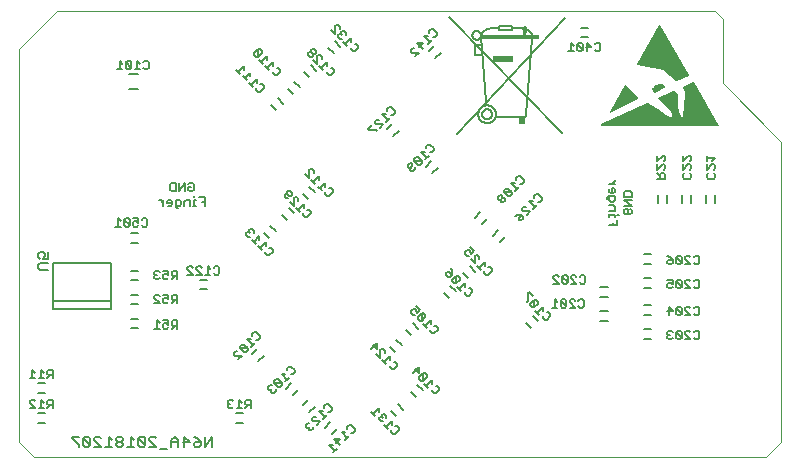
<source format=gbo>
G75*
%MOMM*%
%FSLAX34Y34*%
%LPD*%
%INseide unten*%
%IPPOS*%
%AMOC8*
5,1,8,0,0,1.08239X$1,22.5*%
G01*
%ADD10C,0.000000*%
%ADD11C,0.127000*%
%ADD12C,0.152400*%
%ADD13C,0.166400*%
%ADD14R,4.886800X0.353500*%
%ADD15R,1.684300X0.582200*%
%ADD16R,0.582300X0.561400*%

G36*
X595971Y280113D02*
X595971Y280113D01*
X595985Y280110D01*
X596035Y280132D01*
X596087Y280148D01*
X596096Y280159D01*
X596109Y280165D01*
X596138Y280210D01*
X596173Y280252D01*
X596174Y280267D01*
X596182Y280279D01*
X596179Y280308D01*
X596187Y280387D01*
X596164Y280431D01*
X596161Y280459D01*
X574948Y317700D01*
X574938Y317709D01*
X574933Y317722D01*
X574889Y317755D01*
X574849Y317793D01*
X574836Y317796D01*
X574825Y317804D01*
X574796Y317803D01*
X574716Y317817D01*
X574671Y317797D01*
X574644Y317796D01*
X565687Y313554D01*
X565662Y313531D01*
X565631Y313517D01*
X565613Y313487D01*
X565586Y313463D01*
X565578Y313430D01*
X565560Y313401D01*
X565564Y313375D01*
X565553Y313332D01*
X565582Y313248D01*
X565586Y313222D01*
X566996Y310872D01*
X567438Y309987D01*
X567438Y306280D01*
X566041Y287648D01*
X565386Y287648D01*
X564083Y288517D01*
X563175Y290333D01*
X562245Y293122D01*
X561778Y297327D01*
X561778Y306271D01*
X561739Y306401D01*
X561735Y306404D01*
X561735Y306407D01*
X559378Y309706D01*
X559363Y309718D01*
X559354Y309734D01*
X559326Y309746D01*
X559270Y309789D01*
X559214Y309793D01*
X559187Y309804D01*
X557773Y309804D01*
X557701Y309783D01*
X557671Y309781D01*
X544943Y303653D01*
X544915Y303627D01*
X544881Y303609D01*
X544872Y303588D01*
X544844Y303562D01*
X544819Y303461D01*
X544811Y303442D01*
X544811Y302971D01*
X544812Y302966D01*
X544811Y302960D01*
X544819Y302943D01*
X544850Y302841D01*
X544879Y302817D01*
X544889Y302796D01*
X553823Y294802D01*
X555684Y292010D01*
X556596Y290188D01*
X556596Y288883D01*
X556166Y288024D01*
X555790Y287648D01*
X555006Y287648D01*
X551765Y289501D01*
X548003Y291852D01*
X544709Y294205D01*
X544705Y294206D01*
X544703Y294209D01*
X540460Y297037D01*
X540456Y297038D01*
X540454Y297041D01*
X536683Y299398D01*
X536572Y299428D01*
X536559Y299433D01*
X535616Y299433D01*
X535549Y299413D01*
X535519Y299412D01*
X496392Y281499D01*
X496367Y281477D01*
X496359Y281475D01*
X496354Y281468D01*
X496325Y281453D01*
X496316Y281433D01*
X496290Y281409D01*
X496283Y281382D01*
X496273Y281371D01*
X496269Y281331D01*
X496261Y281300D01*
X496255Y281286D01*
X496255Y280343D01*
X496261Y280321D01*
X496259Y280299D01*
X496280Y280258D01*
X496294Y280213D01*
X496311Y280199D01*
X496322Y280179D01*
X496349Y280167D01*
X496398Y280127D01*
X496461Y280120D01*
X496489Y280109D01*
X595957Y280109D01*
X595971Y280113D01*
G37*
G36*
X561148Y317845D02*
X561148Y317845D01*
X561178Y317846D01*
X570606Y322560D01*
X570627Y322581D01*
X570654Y322593D01*
X570675Y322626D01*
X570704Y322653D01*
X570711Y322682D01*
X570727Y322707D01*
X570723Y322735D01*
X570735Y322785D01*
X570708Y322858D01*
X570704Y322887D01*
X546190Y365314D01*
X546179Y365324D01*
X546174Y365338D01*
X546130Y365370D01*
X546091Y365407D01*
X546076Y365409D01*
X546064Y365418D01*
X546011Y365420D01*
X545958Y365429D01*
X545944Y365423D01*
X545929Y365424D01*
X545906Y365406D01*
X545834Y365374D01*
X545807Y365331D01*
X545784Y365314D01*
X526928Y332787D01*
X526906Y332691D01*
X526897Y332670D01*
X526897Y331727D01*
X526897Y331726D01*
X526917Y331659D01*
X526936Y331597D01*
X526938Y331596D01*
X527040Y331511D01*
X527071Y331508D01*
X527088Y331497D01*
X549645Y327267D01*
X550064Y326847D01*
X550071Y326844D01*
X550073Y326839D01*
X559973Y317882D01*
X560095Y317824D01*
X560117Y317827D01*
X560130Y317822D01*
X561073Y317822D01*
X561148Y317845D01*
G37*
G36*
X504110Y291445D02*
X504110Y291445D01*
X504133Y291446D01*
X527703Y302760D01*
X527732Y302786D01*
X527766Y302804D01*
X527775Y302825D01*
X527803Y302851D01*
X527828Y302953D01*
X527836Y302971D01*
X527836Y303442D01*
X527797Y303572D01*
X527780Y303586D01*
X527775Y303600D01*
X517404Y314914D01*
X517354Y314944D01*
X517307Y314978D01*
X517296Y314978D01*
X517287Y314983D01*
X517229Y314980D01*
X517172Y314983D01*
X517165Y314977D01*
X517152Y314977D01*
X517043Y314896D01*
X517037Y314880D01*
X517028Y314872D01*
X503829Y291773D01*
X503814Y291710D01*
X503798Y291645D01*
X503799Y291643D01*
X503798Y291641D01*
X503821Y291580D01*
X503844Y291518D01*
X503845Y291517D01*
X503846Y291515D01*
X503899Y291476D01*
X503952Y291437D01*
X503954Y291437D01*
X503956Y291435D01*
X504091Y291430D01*
X504110Y291445D01*
G37*
G36*
X541823Y308415D02*
X541823Y308415D01*
X541846Y308417D01*
X551745Y313131D01*
X551754Y313139D01*
X551767Y313143D01*
X551804Y313184D01*
X551845Y313222D01*
X551848Y313234D01*
X551857Y313244D01*
X551864Y313299D01*
X551878Y313353D01*
X551874Y313365D01*
X551875Y313378D01*
X551861Y313402D01*
X551833Y313481D01*
X551794Y313509D01*
X551780Y313533D01*
X548480Y315890D01*
X548352Y315933D01*
X548347Y315932D01*
X548344Y315933D01*
X547402Y315933D01*
X547360Y315921D01*
X547335Y315923D01*
X542620Y314509D01*
X542583Y314485D01*
X542557Y314480D01*
X541143Y313537D01*
X541103Y313489D01*
X541078Y313472D01*
X540135Y312058D01*
X540134Y312054D01*
X540130Y312051D01*
X540128Y312034D01*
X540096Y311928D01*
X540106Y311894D01*
X540103Y311871D01*
X540575Y309985D01*
X540602Y309940D01*
X540607Y309912D01*
X541550Y308498D01*
X541554Y308495D01*
X541556Y308489D01*
X541606Y308452D01*
X541655Y308412D01*
X541660Y308411D01*
X541664Y308408D01*
X541683Y308409D01*
X541789Y308398D01*
X541823Y308415D01*
G37*
D10*
X16510Y0D02*
X3810Y12700D01*
X3810Y345440D01*
X35560Y377190D01*
X593090Y377190D01*
X599440Y370840D01*
X599440Y316230D01*
X648970Y266700D01*
X648970Y12700D01*
X604520Y0D02*
X16510Y0D01*
X636270Y0D02*
X648970Y12700D01*
X636270Y0D02*
X633730Y0D01*
X626110Y0D01*
X617220Y0D01*
X604520Y0D01*
D11*
X137795Y108585D02*
X137795Y115449D01*
X134363Y115449D01*
X133219Y114305D01*
X133219Y112017D01*
X134363Y110873D01*
X137795Y110873D01*
X135507Y110873D02*
X133219Y108585D01*
X130311Y115449D02*
X125735Y115449D01*
X130311Y115449D02*
X130311Y112017D01*
X128023Y113161D01*
X126879Y113161D01*
X125735Y112017D01*
X125735Y109729D01*
X126879Y108585D01*
X129167Y108585D01*
X130311Y109729D01*
X122827Y113161D02*
X120539Y115449D01*
X120539Y108585D01*
X122827Y108585D02*
X118251Y108585D01*
X109089Y334015D02*
X110233Y335159D01*
X112521Y335159D01*
X113665Y334015D01*
X113665Y329439D01*
X112521Y328295D01*
X110233Y328295D01*
X109089Y329439D01*
X106181Y332871D02*
X103893Y335159D01*
X103893Y328295D01*
X106181Y328295D02*
X101605Y328295D01*
X98697Y329439D02*
X98697Y334015D01*
X97553Y335159D01*
X95265Y335159D01*
X94121Y334015D01*
X94121Y329439D01*
X95265Y328295D01*
X97553Y328295D01*
X98697Y329439D01*
X94121Y334015D01*
X91213Y332871D02*
X88925Y335159D01*
X88925Y328295D01*
X91213Y328295D02*
X86637Y328295D01*
D12*
X28455Y158242D02*
X21253Y158242D01*
X19812Y159683D01*
X19812Y162564D01*
X21253Y164004D01*
X28455Y164004D01*
X28455Y167597D02*
X28455Y173359D01*
X28455Y167597D02*
X24134Y167597D01*
X25574Y170478D01*
X25574Y171919D01*
X24134Y173359D01*
X21253Y173359D01*
X19812Y171919D01*
X19812Y169038D01*
X21253Y167597D01*
D11*
X137795Y137039D02*
X137795Y130175D01*
X137795Y137039D02*
X134363Y137039D01*
X133219Y135895D01*
X133219Y133607D01*
X134363Y132463D01*
X137795Y132463D01*
X135507Y132463D02*
X133219Y130175D01*
X130311Y137039D02*
X125735Y137039D01*
X130311Y137039D02*
X130311Y133607D01*
X128023Y134751D01*
X126879Y134751D01*
X125735Y133607D01*
X125735Y131319D01*
X126879Y130175D01*
X129167Y130175D01*
X130311Y131319D01*
X122827Y130175D02*
X118251Y130175D01*
X122827Y130175D02*
X118251Y134751D01*
X118251Y135895D01*
X119395Y137039D01*
X121683Y137039D01*
X122827Y135895D01*
X137795Y150495D02*
X137795Y157359D01*
X134363Y157359D01*
X133219Y156215D01*
X133219Y153927D01*
X134363Y152783D01*
X137795Y152783D01*
X135507Y152783D02*
X133219Y150495D01*
X130311Y157359D02*
X125735Y157359D01*
X130311Y157359D02*
X130311Y153927D01*
X128023Y155071D01*
X126879Y155071D01*
X125735Y153927D01*
X125735Y151639D01*
X126879Y150495D01*
X129167Y150495D01*
X130311Y151639D01*
X122827Y156215D02*
X121683Y157359D01*
X119395Y157359D01*
X118251Y156215D01*
X118251Y155071D01*
X119395Y153927D01*
X120539Y153927D01*
X119395Y153927D02*
X118251Y152783D01*
X118251Y151639D01*
X119395Y150495D01*
X121683Y150495D01*
X122827Y151639D01*
X107819Y200665D02*
X108963Y201809D01*
X111251Y201809D01*
X112395Y200665D01*
X112395Y196089D01*
X111251Y194945D01*
X108963Y194945D01*
X107819Y196089D01*
X104911Y201809D02*
X100335Y201809D01*
X104911Y201809D02*
X104911Y198377D01*
X102623Y199521D01*
X101479Y199521D01*
X100335Y198377D01*
X100335Y196089D01*
X101479Y194945D01*
X103767Y194945D01*
X104911Y196089D01*
X97427Y196089D02*
X97427Y200665D01*
X96283Y201809D01*
X93995Y201809D01*
X92851Y200665D01*
X92851Y196089D01*
X93995Y194945D01*
X96283Y194945D01*
X97427Y196089D01*
X92851Y200665D01*
X89943Y199521D02*
X87655Y201809D01*
X87655Y194945D01*
X89943Y194945D02*
X85367Y194945D01*
X32385Y73539D02*
X32385Y66675D01*
X32385Y73539D02*
X28953Y73539D01*
X27809Y72395D01*
X27809Y70107D01*
X28953Y68963D01*
X32385Y68963D01*
X30097Y68963D02*
X27809Y66675D01*
X24901Y71251D02*
X22613Y73539D01*
X22613Y66675D01*
X24901Y66675D02*
X20325Y66675D01*
X17417Y71251D02*
X15129Y73539D01*
X15129Y66675D01*
X17417Y66675D02*
X12841Y66675D01*
X32385Y48139D02*
X32385Y41275D01*
X32385Y48139D02*
X28953Y48139D01*
X27809Y46995D01*
X27809Y44707D01*
X28953Y43563D01*
X32385Y43563D01*
X30097Y43563D02*
X27809Y41275D01*
X24901Y45851D02*
X22613Y48139D01*
X22613Y41275D01*
X24901Y41275D02*
X20325Y41275D01*
X17417Y41275D02*
X12841Y41275D01*
X17417Y41275D02*
X12841Y45851D01*
X12841Y46995D01*
X13985Y48139D01*
X16273Y48139D01*
X17417Y46995D01*
X200025Y48139D02*
X200025Y41275D01*
X200025Y48139D02*
X196593Y48139D01*
X195449Y46995D01*
X195449Y44707D01*
X196593Y43563D01*
X200025Y43563D01*
X197737Y43563D02*
X195449Y41275D01*
X192541Y45851D02*
X190253Y48139D01*
X190253Y41275D01*
X192541Y41275D02*
X187965Y41275D01*
X185057Y46995D02*
X183913Y48139D01*
X181625Y48139D01*
X180481Y46995D01*
X180481Y45851D01*
X181625Y44707D01*
X182769Y44707D01*
X181625Y44707D02*
X180481Y43563D01*
X180481Y42419D01*
X181625Y41275D01*
X183913Y41275D01*
X185057Y42419D01*
X168779Y160025D02*
X169923Y161169D01*
X172211Y161169D01*
X173355Y160025D01*
X173355Y155449D01*
X172211Y154305D01*
X169923Y154305D01*
X168779Y155449D01*
X165871Y158881D02*
X163583Y161169D01*
X163583Y154305D01*
X165871Y154305D02*
X161295Y154305D01*
X158387Y154305D02*
X153811Y154305D01*
X158387Y154305D02*
X153811Y158881D01*
X153811Y160025D01*
X154955Y161169D01*
X157243Y161169D01*
X158387Y160025D01*
X150903Y154305D02*
X146327Y154305D01*
X150903Y154305D02*
X146327Y158881D01*
X146327Y160025D01*
X147471Y161169D01*
X149759Y161169D01*
X150903Y160025D01*
X591825Y240161D02*
X592969Y239017D01*
X592969Y236729D01*
X591825Y235585D01*
X587249Y235585D01*
X586105Y236729D01*
X586105Y239017D01*
X587249Y240161D01*
X586105Y243069D02*
X586105Y247645D01*
X586105Y243069D02*
X590681Y247645D01*
X591825Y247645D01*
X592969Y246501D01*
X592969Y244213D01*
X591825Y243069D01*
X590681Y250553D02*
X592969Y252841D01*
X586105Y252841D01*
X586105Y250553D02*
X586105Y255129D01*
X571505Y240161D02*
X572649Y239017D01*
X572649Y236729D01*
X571505Y235585D01*
X566929Y235585D01*
X565785Y236729D01*
X565785Y239017D01*
X566929Y240161D01*
X565785Y243069D02*
X565785Y247645D01*
X565785Y243069D02*
X570361Y247645D01*
X571505Y247645D01*
X572649Y246501D01*
X572649Y244213D01*
X571505Y243069D01*
X565785Y250553D02*
X565785Y255129D01*
X565785Y250553D02*
X570361Y255129D01*
X571505Y255129D01*
X572649Y253985D01*
X572649Y251697D01*
X571505Y250553D01*
X551059Y235585D02*
X544195Y235585D01*
X551059Y235585D02*
X551059Y239017D01*
X549915Y240161D01*
X547627Y240161D01*
X546483Y239017D01*
X546483Y235585D01*
X546483Y237873D02*
X544195Y240161D01*
X544195Y243069D02*
X544195Y247645D01*
X544195Y243069D02*
X548771Y247645D01*
X549915Y247645D01*
X551059Y246501D01*
X551059Y244213D01*
X549915Y243069D01*
X544195Y250553D02*
X544195Y255129D01*
X544195Y250553D02*
X548771Y255129D01*
X549915Y255129D01*
X551059Y253985D01*
X551059Y251697D01*
X549915Y250553D01*
X478533Y133229D02*
X477389Y132085D01*
X478533Y133229D02*
X480821Y133229D01*
X481965Y132085D01*
X481965Y127509D01*
X480821Y126365D01*
X478533Y126365D01*
X477389Y127509D01*
X474481Y126365D02*
X469905Y126365D01*
X474481Y126365D02*
X469905Y130941D01*
X469905Y132085D01*
X471049Y133229D01*
X473337Y133229D01*
X474481Y132085D01*
X466997Y132085D02*
X466997Y127509D01*
X466997Y132085D02*
X465853Y133229D01*
X463565Y133229D01*
X462421Y132085D01*
X462421Y127509D01*
X463565Y126365D01*
X465853Y126365D01*
X466997Y127509D01*
X462421Y132085D01*
X459513Y130941D02*
X457225Y133229D01*
X457225Y126365D01*
X459513Y126365D02*
X454937Y126365D01*
X478659Y152405D02*
X479803Y153549D01*
X482091Y153549D01*
X483235Y152405D01*
X483235Y147829D01*
X482091Y146685D01*
X479803Y146685D01*
X478659Y147829D01*
X475751Y146685D02*
X471175Y146685D01*
X475751Y146685D02*
X471175Y151261D01*
X471175Y152405D01*
X472319Y153549D01*
X474607Y153549D01*
X475751Y152405D01*
X468267Y152405D02*
X468267Y147829D01*
X468267Y152405D02*
X467123Y153549D01*
X464835Y153549D01*
X463691Y152405D01*
X463691Y147829D01*
X464835Y146685D01*
X467123Y146685D01*
X468267Y147829D01*
X463691Y152405D01*
X460783Y146685D02*
X456207Y146685D01*
X460783Y146685D02*
X456207Y151261D01*
X456207Y152405D01*
X457351Y153549D01*
X459639Y153549D01*
X460783Y152405D01*
X575179Y125735D02*
X576323Y126879D01*
X578611Y126879D01*
X579755Y125735D01*
X579755Y121159D01*
X578611Y120015D01*
X576323Y120015D01*
X575179Y121159D01*
X572271Y120015D02*
X567695Y120015D01*
X572271Y120015D02*
X567695Y124591D01*
X567695Y125735D01*
X568839Y126879D01*
X571127Y126879D01*
X572271Y125735D01*
X564787Y125735D02*
X564787Y121159D01*
X564787Y125735D02*
X563643Y126879D01*
X561355Y126879D01*
X560211Y125735D01*
X560211Y121159D01*
X561355Y120015D01*
X563643Y120015D01*
X564787Y121159D01*
X560211Y125735D01*
X553871Y126879D02*
X553871Y120015D01*
X557303Y123447D02*
X553871Y126879D01*
X552727Y123447D02*
X557303Y123447D01*
X575179Y105415D02*
X576323Y106559D01*
X578611Y106559D01*
X579755Y105415D01*
X579755Y100839D01*
X578611Y99695D01*
X576323Y99695D01*
X575179Y100839D01*
X572271Y99695D02*
X567695Y99695D01*
X572271Y99695D02*
X567695Y104271D01*
X567695Y105415D01*
X568839Y106559D01*
X571127Y106559D01*
X572271Y105415D01*
X564787Y105415D02*
X564787Y100839D01*
X564787Y105415D02*
X563643Y106559D01*
X561355Y106559D01*
X560211Y105415D01*
X560211Y100839D01*
X561355Y99695D01*
X563643Y99695D01*
X564787Y100839D01*
X560211Y105415D01*
X557303Y105415D02*
X556159Y106559D01*
X553871Y106559D01*
X552727Y105415D01*
X552727Y104271D01*
X553871Y103127D01*
X555015Y103127D01*
X553871Y103127D02*
X552727Y101983D01*
X552727Y100839D01*
X553871Y99695D01*
X556159Y99695D01*
X557303Y100839D01*
X575179Y148595D02*
X576323Y149739D01*
X578611Y149739D01*
X579755Y148595D01*
X579755Y144019D01*
X578611Y142875D01*
X576323Y142875D01*
X575179Y144019D01*
X572271Y142875D02*
X567695Y142875D01*
X572271Y142875D02*
X567695Y147451D01*
X567695Y148595D01*
X568839Y149739D01*
X571127Y149739D01*
X572271Y148595D01*
X564787Y148595D02*
X564787Y144019D01*
X564787Y148595D02*
X563643Y149739D01*
X561355Y149739D01*
X560211Y148595D01*
X560211Y144019D01*
X561355Y142875D01*
X563643Y142875D01*
X564787Y144019D01*
X560211Y148595D01*
X557303Y149739D02*
X552727Y149739D01*
X557303Y149739D02*
X557303Y146307D01*
X555015Y147451D01*
X553871Y147451D01*
X552727Y146307D01*
X552727Y144019D01*
X553871Y142875D01*
X556159Y142875D01*
X557303Y144019D01*
X575179Y168915D02*
X576323Y170059D01*
X578611Y170059D01*
X579755Y168915D01*
X579755Y164339D01*
X578611Y163195D01*
X576323Y163195D01*
X575179Y164339D01*
X572271Y163195D02*
X567695Y163195D01*
X572271Y163195D02*
X567695Y167771D01*
X567695Y168915D01*
X568839Y170059D01*
X571127Y170059D01*
X572271Y168915D01*
X564787Y168915D02*
X564787Y164339D01*
X564787Y168915D02*
X563643Y170059D01*
X561355Y170059D01*
X560211Y168915D01*
X560211Y164339D01*
X561355Y163195D01*
X563643Y163195D01*
X564787Y164339D01*
X560211Y168915D01*
X555015Y168915D02*
X552727Y170059D01*
X555015Y168915D02*
X557303Y166627D01*
X557303Y164339D01*
X556159Y163195D01*
X553871Y163195D01*
X552727Y164339D01*
X552727Y165483D01*
X553871Y166627D01*
X557303Y166627D01*
X491359Y349255D02*
X492503Y350399D01*
X494791Y350399D01*
X495935Y349255D01*
X495935Y344679D01*
X494791Y343535D01*
X492503Y343535D01*
X491359Y344679D01*
X485019Y343535D02*
X485019Y350399D01*
X488451Y346967D01*
X483875Y346967D01*
X480967Y344679D02*
X480967Y349255D01*
X479823Y350399D01*
X477535Y350399D01*
X476391Y349255D01*
X476391Y344679D01*
X477535Y343535D01*
X479823Y343535D01*
X480967Y344679D01*
X476391Y349255D01*
X473483Y348111D02*
X471195Y350399D01*
X471195Y343535D01*
X473483Y343535D02*
X468907Y343535D01*
X289447Y349808D02*
X287829Y349808D01*
X289447Y349808D02*
X291065Y348190D01*
X291065Y346573D01*
X287829Y343337D01*
X286211Y343337D01*
X284593Y344955D01*
X284593Y346573D01*
X284964Y351056D02*
X284964Y354291D01*
X280110Y349438D01*
X281728Y347820D02*
X278492Y351056D01*
X280480Y357157D02*
X280480Y358775D01*
X278863Y360392D01*
X277245Y360392D01*
X276436Y359583D01*
X276436Y357966D01*
X277245Y357157D01*
X276436Y357966D02*
X274818Y357966D01*
X274009Y357157D01*
X274009Y355539D01*
X275627Y353921D01*
X277245Y353921D01*
X271144Y358404D02*
X267908Y361640D01*
X271144Y358404D02*
X271144Y364876D01*
X271953Y365684D01*
X273571Y365684D01*
X275188Y364067D01*
X275188Y362449D01*
X269127Y329488D02*
X267509Y329488D01*
X269127Y329488D02*
X270745Y327870D01*
X270745Y326253D01*
X267509Y323017D01*
X265891Y323017D01*
X264273Y324635D01*
X264273Y326253D01*
X264644Y330736D02*
X264644Y333971D01*
X259790Y329118D01*
X261408Y327500D02*
X258172Y330736D01*
X256116Y332792D02*
X252880Y336028D01*
X256116Y339263D02*
X256116Y332792D01*
X256116Y339263D02*
X256925Y340072D01*
X258543Y340072D01*
X260160Y338455D01*
X260160Y336837D01*
X254868Y342129D02*
X254868Y343747D01*
X253251Y345364D01*
X251633Y345364D01*
X250824Y344556D01*
X250824Y342938D01*
X249206Y342938D01*
X248397Y342129D01*
X248397Y340511D01*
X250015Y338893D01*
X251633Y338893D01*
X252442Y339702D01*
X252442Y341320D01*
X254059Y341320D01*
X254868Y342129D01*
X252442Y341320D02*
X250824Y342938D01*
X223407Y329488D02*
X221789Y329488D01*
X223407Y329488D02*
X225025Y327870D01*
X225025Y326253D01*
X221789Y323017D01*
X220171Y323017D01*
X218553Y324635D01*
X218553Y326253D01*
X218924Y330736D02*
X218924Y333971D01*
X214070Y329118D01*
X215688Y327500D02*
X212452Y330736D01*
X213632Y336028D02*
X213632Y339263D01*
X208778Y334410D01*
X210396Y332792D02*
X207160Y336028D01*
X205913Y338893D02*
X209148Y342129D01*
X209148Y343747D01*
X207531Y345364D01*
X205913Y345364D01*
X202677Y342129D01*
X202677Y340511D01*
X204295Y338893D01*
X205913Y338893D01*
X205913Y345364D01*
X207819Y315518D02*
X209437Y315518D01*
X211055Y313900D01*
X211055Y312283D01*
X207819Y309047D01*
X206201Y309047D01*
X204583Y310665D01*
X204583Y312283D01*
X204954Y316766D02*
X204954Y320001D01*
X200100Y315148D01*
X201718Y313530D02*
X198482Y316766D01*
X199662Y322058D02*
X199662Y325293D01*
X194808Y320440D01*
X196426Y318822D02*
X193190Y322058D01*
X194369Y327350D02*
X194369Y330586D01*
X189516Y325732D01*
X191134Y324114D02*
X187898Y327350D01*
X265985Y227634D02*
X267603Y227634D01*
X269221Y226016D01*
X269221Y224399D01*
X265985Y221163D01*
X264367Y221163D01*
X262749Y222781D01*
X262749Y224399D01*
X263120Y228882D02*
X263120Y232117D01*
X258266Y227264D01*
X259884Y225646D02*
X256648Y228882D01*
X257828Y234174D02*
X257828Y237409D01*
X252974Y232556D01*
X254592Y230938D02*
X251356Y234174D01*
X249300Y236230D02*
X246064Y239466D01*
X249300Y236230D02*
X249300Y242702D01*
X250109Y243510D01*
X251727Y243510D01*
X253344Y241893D01*
X253344Y240275D01*
X249315Y209346D02*
X247697Y209346D01*
X249315Y209346D02*
X250933Y207728D01*
X250933Y206111D01*
X247697Y202875D01*
X246079Y202875D01*
X244461Y204493D01*
X244461Y206111D01*
X244832Y210594D02*
X244832Y213829D01*
X239978Y208976D01*
X241596Y207358D02*
X238360Y210594D01*
X236304Y212650D02*
X233068Y215886D01*
X236304Y219121D02*
X236304Y212650D01*
X236304Y219121D02*
X237113Y219930D01*
X238731Y219930D01*
X240348Y218313D01*
X240348Y216695D01*
X231821Y218751D02*
X230203Y218751D01*
X228585Y220369D01*
X228585Y221987D01*
X231821Y225222D01*
X233439Y225222D01*
X235056Y223605D01*
X235056Y221987D01*
X234247Y221178D01*
X232630Y221178D01*
X230203Y223605D01*
X217057Y177088D02*
X215439Y177088D01*
X217057Y177088D02*
X218675Y175470D01*
X218675Y173853D01*
X215439Y170617D01*
X213821Y170617D01*
X212203Y172235D01*
X212203Y173853D01*
X212574Y178336D02*
X212574Y181571D01*
X207720Y176718D01*
X209338Y175100D02*
X206102Y178336D01*
X207282Y183628D02*
X207282Y186863D01*
X202428Y182010D01*
X204046Y180392D02*
X200810Y183628D01*
X202798Y189729D02*
X202798Y191347D01*
X201181Y192964D01*
X199563Y192964D01*
X198754Y192156D01*
X198754Y190538D01*
X199563Y189729D01*
X198754Y190538D02*
X197136Y190538D01*
X196327Y189729D01*
X196327Y188111D01*
X197945Y186493D01*
X199563Y186493D01*
X201372Y104027D02*
X201372Y102409D01*
X201372Y104027D02*
X202990Y105645D01*
X204607Y105645D01*
X207843Y102409D01*
X207843Y100791D01*
X206225Y99173D01*
X204607Y99173D01*
X200124Y99543D02*
X196889Y99543D01*
X201742Y94690D01*
X203360Y96308D02*
X200124Y93072D01*
X197259Y91825D02*
X194023Y95060D01*
X192405Y95060D01*
X190788Y93442D01*
X190788Y91825D01*
X194023Y88589D01*
X195641Y88589D01*
X197259Y90207D01*
X197259Y91825D01*
X190788Y91825D01*
X192776Y85724D02*
X189540Y82488D01*
X192776Y85724D02*
X186304Y85724D01*
X185496Y86533D01*
X185496Y88150D01*
X187113Y89768D01*
X188731Y89768D01*
X230582Y74817D02*
X230582Y73199D01*
X230582Y74817D02*
X232200Y76435D01*
X233817Y76435D01*
X237053Y73199D01*
X237053Y71581D01*
X235435Y69963D01*
X233817Y69963D01*
X229334Y70333D02*
X226099Y70333D01*
X230952Y65480D01*
X232570Y67098D02*
X229334Y63862D01*
X226469Y62615D02*
X223233Y65850D01*
X221615Y65850D01*
X219998Y64232D01*
X219998Y62615D01*
X223233Y59379D01*
X224851Y59379D01*
X226469Y60997D01*
X226469Y62615D01*
X219998Y62615D01*
X217941Y60558D02*
X216323Y60558D01*
X214706Y58940D01*
X214706Y57323D01*
X215514Y56514D01*
X217132Y56514D01*
X217941Y57323D01*
X217132Y56514D02*
X217132Y54896D01*
X217941Y54087D01*
X219559Y54087D01*
X221177Y55705D01*
X221177Y57323D01*
X262332Y43067D02*
X262332Y41449D01*
X262332Y43067D02*
X263950Y44685D01*
X265567Y44685D01*
X268803Y41449D01*
X268803Y39831D01*
X267185Y38213D01*
X265567Y38213D01*
X261084Y38583D02*
X257849Y38583D01*
X262702Y33730D01*
X264320Y35348D02*
X261084Y32112D01*
X259028Y30056D02*
X255792Y26820D01*
X252557Y30056D02*
X259028Y30056D01*
X252557Y30056D02*
X251748Y30865D01*
X251748Y32482D01*
X253365Y34100D01*
X254983Y34100D01*
X249691Y28808D02*
X248073Y28808D01*
X246456Y27190D01*
X246456Y25573D01*
X247264Y24764D01*
X248882Y24764D01*
X249691Y25573D01*
X248882Y24764D02*
X248882Y23146D01*
X249691Y22337D01*
X251309Y22337D01*
X252927Y23955D01*
X252927Y25573D01*
X281382Y25287D02*
X281382Y23669D01*
X281382Y25287D02*
X283000Y26905D01*
X284617Y26905D01*
X287853Y23669D01*
X287853Y22051D01*
X286235Y20433D01*
X284617Y20433D01*
X280134Y20803D02*
X276899Y20803D01*
X281752Y15950D01*
X283370Y17568D02*
X280134Y14332D01*
X275651Y9849D02*
X270798Y14702D01*
X275651Y14702D01*
X272415Y11467D01*
X269550Y10219D02*
X266314Y10219D01*
X271168Y5366D01*
X272786Y6984D02*
X269550Y3748D01*
X356409Y60248D02*
X358027Y60248D01*
X359645Y58630D01*
X359645Y57013D01*
X356409Y53777D01*
X354791Y53777D01*
X353173Y55395D01*
X353173Y57013D01*
X353544Y61496D02*
X353544Y64731D01*
X348690Y59878D01*
X350308Y58260D02*
X347072Y61496D01*
X345825Y64361D02*
X349060Y67597D01*
X349060Y69215D01*
X347443Y70832D01*
X345825Y70832D01*
X342589Y67597D01*
X342589Y65979D01*
X344207Y64361D01*
X345825Y64361D01*
X345825Y70832D01*
X342151Y76124D02*
X337297Y71271D01*
X342151Y71271D02*
X342151Y76124D01*
X338915Y74507D02*
X342151Y71271D01*
X322467Y80568D02*
X320849Y80568D01*
X322467Y80568D02*
X324085Y78950D01*
X324085Y77333D01*
X320849Y74097D01*
X319231Y74097D01*
X317613Y75715D01*
X317613Y77333D01*
X317984Y81816D02*
X317984Y85051D01*
X313130Y80198D01*
X314748Y78580D02*
X311512Y81816D01*
X309456Y83872D02*
X306220Y87108D01*
X309456Y90343D02*
X309456Y83872D01*
X309456Y90343D02*
X310265Y91152D01*
X311883Y91152D01*
X313500Y89535D01*
X313500Y87917D01*
X306591Y96444D02*
X301737Y91591D01*
X306591Y91591D02*
X306591Y96444D01*
X303355Y94827D02*
X306591Y91591D01*
X355139Y111048D02*
X356757Y111048D01*
X358375Y109430D01*
X358375Y107813D01*
X355139Y104577D01*
X353521Y104577D01*
X351903Y106195D01*
X351903Y107813D01*
X352274Y112296D02*
X352274Y115531D01*
X347420Y110678D01*
X349038Y109060D02*
X345802Y112296D01*
X344555Y115161D02*
X347790Y118397D01*
X347790Y120015D01*
X346173Y121632D01*
X344555Y121632D01*
X341319Y118397D01*
X341319Y116779D01*
X342937Y115161D01*
X344555Y115161D01*
X344555Y121632D01*
X343307Y124498D02*
X340072Y127733D01*
X343307Y124498D02*
X340881Y122071D01*
X340072Y124498D01*
X339263Y125307D01*
X337645Y125307D01*
X336027Y123689D01*
X336027Y122071D01*
X337645Y120453D01*
X339263Y120453D01*
X400859Y160578D02*
X402477Y160578D01*
X404095Y158960D01*
X404095Y157343D01*
X400859Y154107D01*
X399241Y154107D01*
X397623Y155725D01*
X397623Y157343D01*
X397994Y161826D02*
X397994Y165061D01*
X393140Y160208D01*
X394758Y158590D02*
X391522Y161826D01*
X389466Y163882D02*
X386230Y167118D01*
X389466Y170353D02*
X389466Y163882D01*
X389466Y170353D02*
X390275Y171162D01*
X391893Y171162D01*
X393510Y169545D01*
X393510Y167927D01*
X389027Y174028D02*
X385792Y177263D01*
X389027Y174028D02*
X386601Y171601D01*
X385792Y174028D01*
X384983Y174837D01*
X383365Y174837D01*
X381747Y173219D01*
X381747Y171601D01*
X383365Y169983D01*
X384983Y169983D01*
X424892Y234489D02*
X424892Y236107D01*
X426510Y237725D01*
X428127Y237725D01*
X431363Y234489D01*
X431363Y232871D01*
X429745Y231253D01*
X428127Y231253D01*
X423644Y231623D02*
X420409Y231623D01*
X425262Y226770D01*
X426880Y228388D02*
X423644Y225152D01*
X420779Y223905D02*
X417543Y227140D01*
X415925Y227140D01*
X414308Y225522D01*
X414308Y223905D01*
X417543Y220669D01*
X419161Y220669D01*
X420779Y222287D01*
X420779Y223905D01*
X414308Y223905D01*
X412251Y221848D02*
X410633Y221848D01*
X409016Y220230D01*
X409016Y218613D01*
X409824Y217804D01*
X411442Y217804D01*
X411442Y216186D01*
X412251Y215377D01*
X413869Y215377D01*
X415487Y216995D01*
X415487Y218613D01*
X414678Y219421D01*
X413060Y219421D01*
X413060Y221039D01*
X412251Y221848D01*
X413060Y219421D02*
X411442Y217804D01*
X348692Y261159D02*
X348692Y262777D01*
X350310Y264395D01*
X351927Y264395D01*
X355163Y261159D01*
X355163Y259541D01*
X353545Y257923D01*
X351927Y257923D01*
X347444Y258293D02*
X344209Y258293D01*
X349062Y253440D01*
X350680Y255058D02*
X347444Y251822D01*
X344579Y250575D02*
X341343Y253810D01*
X339725Y253810D01*
X338108Y252192D01*
X338108Y250575D01*
X341343Y247339D01*
X342961Y247339D01*
X344579Y248957D01*
X344579Y250575D01*
X338108Y250575D01*
X339287Y245283D02*
X339287Y243665D01*
X337669Y242047D01*
X336051Y242047D01*
X332816Y245283D01*
X332816Y246900D01*
X334433Y248518D01*
X336051Y248518D01*
X336860Y247709D01*
X336860Y246091D01*
X334433Y243665D01*
X315672Y292909D02*
X315672Y294527D01*
X317290Y296145D01*
X318907Y296145D01*
X322143Y292909D01*
X322143Y291291D01*
X320525Y289673D01*
X318907Y289673D01*
X314424Y290043D02*
X311189Y290043D01*
X316042Y285190D01*
X317660Y286808D02*
X314424Y283572D01*
X312368Y281516D02*
X309132Y278280D01*
X305897Y281516D02*
X312368Y281516D01*
X305897Y281516D02*
X305088Y282325D01*
X305088Y283942D01*
X306705Y285560D01*
X308323Y285560D01*
X302222Y281077D02*
X298987Y277841D01*
X299796Y277033D01*
X306267Y277033D01*
X307076Y276224D01*
X351232Y358949D02*
X351232Y360567D01*
X352850Y362185D01*
X354467Y362185D01*
X357703Y358949D01*
X357703Y357331D01*
X356085Y355713D01*
X354467Y355713D01*
X349984Y356083D02*
X346749Y356083D01*
X351602Y351230D01*
X353220Y352848D02*
X349984Y349612D01*
X345501Y345129D02*
X340648Y349982D01*
X345501Y349982D01*
X342265Y346747D01*
X342636Y342264D02*
X339400Y339028D01*
X342636Y342264D02*
X336164Y342264D01*
X335356Y343073D01*
X335356Y344690D01*
X336973Y346308D01*
X338591Y346308D01*
X440132Y220867D02*
X440132Y219249D01*
X440132Y220867D02*
X441750Y222485D01*
X443367Y222485D01*
X446603Y219249D01*
X446603Y217631D01*
X444985Y216013D01*
X443367Y216013D01*
X438884Y216383D02*
X435649Y216383D01*
X440502Y211530D01*
X442120Y213148D02*
X438884Y209912D01*
X436828Y207856D02*
X433592Y204620D01*
X430357Y207856D02*
X436828Y207856D01*
X430357Y207856D02*
X429548Y208665D01*
X429548Y210282D01*
X431165Y211900D01*
X432783Y211900D01*
X425873Y204990D02*
X423447Y204181D01*
X425873Y204990D02*
X429109Y204990D01*
X430727Y203373D01*
X430727Y201755D01*
X429109Y200137D01*
X427491Y200137D01*
X426682Y200946D01*
X426682Y202564D01*
X429109Y204990D01*
X385967Y142798D02*
X384349Y142798D01*
X385967Y142798D02*
X387585Y141180D01*
X387585Y139563D01*
X384349Y136327D01*
X382731Y136327D01*
X381113Y137945D01*
X381113Y139563D01*
X381484Y144046D02*
X381484Y147281D01*
X376630Y142428D01*
X378248Y140810D02*
X375012Y144046D01*
X373765Y146911D02*
X377000Y150147D01*
X377000Y151765D01*
X375383Y153382D01*
X373765Y153382D01*
X370529Y150147D01*
X370529Y148529D01*
X372147Y146911D01*
X373765Y146911D01*
X373765Y153382D01*
X370091Y157057D02*
X369282Y159483D01*
X370091Y157057D02*
X370091Y153821D01*
X368473Y152203D01*
X366855Y152203D01*
X365237Y153821D01*
X365237Y155439D01*
X366046Y156248D01*
X367664Y156248D01*
X370091Y153821D01*
X450389Y122478D02*
X452007Y122478D01*
X453625Y120860D01*
X453625Y119243D01*
X450389Y116007D01*
X448771Y116007D01*
X447153Y117625D01*
X447153Y119243D01*
X447524Y123726D02*
X447524Y126961D01*
X442670Y122108D01*
X444288Y120490D02*
X441052Y123726D01*
X439805Y126591D02*
X443040Y129827D01*
X443040Y131445D01*
X441423Y133062D01*
X439805Y133062D01*
X436569Y129827D01*
X436569Y128209D01*
X438187Y126591D01*
X439805Y126591D01*
X439805Y133062D01*
X438557Y135928D02*
X435322Y139163D01*
X434513Y138354D01*
X434513Y131883D01*
X433704Y131074D01*
X323737Y25958D02*
X322119Y25958D01*
X323737Y25958D02*
X325355Y24340D01*
X325355Y22723D01*
X322119Y19487D01*
X320501Y19487D01*
X318883Y21105D01*
X318883Y22723D01*
X319254Y27206D02*
X319254Y30441D01*
X314400Y25588D01*
X316018Y23970D02*
X312782Y27206D01*
X314770Y33307D02*
X314770Y34925D01*
X313153Y36542D01*
X311535Y36542D01*
X310726Y35733D01*
X310726Y34116D01*
X311535Y33307D01*
X310726Y34116D02*
X309108Y34116D01*
X308299Y33307D01*
X308299Y31689D01*
X309917Y30071D01*
X311535Y30071D01*
X308669Y37790D02*
X308669Y41026D01*
X303816Y36172D01*
X305434Y34554D02*
X302198Y37790D01*
X166854Y17153D02*
X166854Y8255D01*
X160922Y8255D02*
X166854Y17153D01*
X160922Y17153D02*
X160922Y8255D01*
X154533Y15670D02*
X151567Y17153D01*
X154533Y15670D02*
X157499Y12704D01*
X157499Y9738D01*
X156016Y8255D01*
X153050Y8255D01*
X151567Y9738D01*
X151567Y11221D01*
X153050Y12704D01*
X157499Y12704D01*
X143695Y8255D02*
X143695Y17153D01*
X148143Y12704D01*
X142212Y12704D01*
X138788Y14187D02*
X138788Y8255D01*
X138788Y14187D02*
X135822Y17153D01*
X132856Y14187D01*
X132856Y8255D01*
X132856Y12704D02*
X138788Y12704D01*
X129433Y6772D02*
X123501Y6772D01*
X120078Y8255D02*
X114146Y8255D01*
X120078Y8255D02*
X114146Y14187D01*
X114146Y15670D01*
X115629Y17153D01*
X118595Y17153D01*
X120078Y15670D01*
X110723Y15670D02*
X110723Y9738D01*
X110723Y15670D02*
X109240Y17153D01*
X106274Y17153D01*
X104791Y15670D01*
X104791Y9738D01*
X106274Y8255D01*
X109240Y8255D01*
X110723Y9738D01*
X104791Y15670D01*
X101367Y14187D02*
X98402Y17153D01*
X98402Y8255D01*
X101367Y8255D02*
X95436Y8255D01*
X92012Y15670D02*
X90529Y17153D01*
X87563Y17153D01*
X86081Y15670D01*
X86081Y14187D01*
X87563Y12704D01*
X86081Y11221D01*
X86081Y9738D01*
X87563Y8255D01*
X90529Y8255D01*
X92012Y9738D01*
X92012Y11221D01*
X90529Y12704D01*
X92012Y14187D01*
X92012Y15670D01*
X90529Y12704D02*
X87563Y12704D01*
X82657Y14187D02*
X79691Y17153D01*
X79691Y8255D01*
X82657Y8255D02*
X76725Y8255D01*
X73302Y8255D02*
X67370Y8255D01*
X73302Y8255D02*
X67370Y14187D01*
X67370Y15670D01*
X68853Y17153D01*
X71819Y17153D01*
X73302Y15670D01*
X63947Y15670D02*
X63947Y9738D01*
X63947Y15670D02*
X62464Y17153D01*
X59498Y17153D01*
X58015Y15670D01*
X58015Y9738D01*
X59498Y8255D01*
X62464Y8255D01*
X63947Y9738D01*
X58015Y15670D01*
X54592Y17153D02*
X48660Y17153D01*
X48660Y15670D01*
X54592Y9738D01*
X54592Y8255D01*
X146985Y230637D02*
X148129Y231781D01*
X150417Y231781D01*
X151561Y230637D01*
X151561Y226061D01*
X150417Y224917D01*
X148129Y224917D01*
X146985Y226061D01*
X146985Y228349D01*
X149273Y228349D01*
X144077Y224917D02*
X144077Y231781D01*
X139501Y224917D01*
X139501Y231781D01*
X136593Y231781D02*
X136593Y224917D01*
X133161Y224917D01*
X132017Y226061D01*
X132017Y230637D01*
X133161Y231781D01*
X136593Y231781D01*
X160916Y219589D02*
X160916Y212725D01*
X160916Y219589D02*
X156341Y219589D01*
X158629Y216157D02*
X160916Y216157D01*
X153432Y217301D02*
X152288Y217301D01*
X152288Y212725D01*
X153432Y212725D02*
X151144Y212725D01*
X152288Y219589D02*
X152288Y220733D01*
X148443Y217301D02*
X148443Y212725D01*
X148443Y217301D02*
X145011Y217301D01*
X143867Y216157D01*
X143867Y212725D01*
X138671Y210437D02*
X137527Y210437D01*
X136383Y211581D01*
X136383Y217301D01*
X139815Y217301D01*
X140959Y216157D01*
X140959Y213869D01*
X139815Y212725D01*
X136383Y212725D01*
X132331Y212725D02*
X130043Y212725D01*
X132331Y212725D02*
X133475Y213869D01*
X133475Y216157D01*
X132331Y217301D01*
X130043Y217301D01*
X128899Y216157D01*
X128899Y215013D01*
X133475Y215013D01*
X125990Y212725D02*
X125990Y217301D01*
X125990Y215013D02*
X123702Y217301D01*
X122558Y217301D01*
X521467Y209885D02*
X522611Y208741D01*
X522611Y206453D01*
X521467Y205309D01*
X516891Y205309D01*
X515747Y206453D01*
X515747Y208741D01*
X516891Y209885D01*
X519179Y209885D01*
X519179Y207597D01*
X515747Y212793D02*
X522611Y212793D01*
X515747Y217369D01*
X522611Y217369D01*
X522611Y220277D02*
X515747Y220277D01*
X515747Y223709D01*
X516891Y224853D01*
X521467Y224853D01*
X522611Y223709D01*
X522611Y220277D01*
X510419Y195954D02*
X503555Y195954D01*
X510419Y195954D02*
X510419Y200530D01*
X506987Y198242D02*
X506987Y195954D01*
X508131Y203438D02*
X508131Y204582D01*
X503555Y204582D01*
X503555Y203438D02*
X503555Y205726D01*
X510419Y204582D02*
X511563Y204582D01*
X508131Y208427D02*
X503555Y208427D01*
X508131Y208427D02*
X508131Y211859D01*
X506987Y213003D01*
X503555Y213003D01*
X501267Y218199D02*
X501267Y219343D01*
X502411Y220487D01*
X508131Y220487D01*
X508131Y217055D01*
X506987Y215911D01*
X504699Y215911D01*
X503555Y217055D01*
X503555Y220487D01*
X503555Y224539D02*
X503555Y226827D01*
X503555Y224539D02*
X504699Y223396D01*
X506987Y223396D01*
X508131Y224539D01*
X508131Y226827D01*
X506987Y227971D01*
X505843Y227971D01*
X505843Y223396D01*
X503555Y230880D02*
X508131Y230880D01*
X505843Y230880D02*
X508131Y233168D01*
X508131Y234312D01*
D12*
X104140Y323850D02*
X96520Y323850D01*
X96520Y311150D02*
X104140Y311150D01*
X205179Y91411D02*
X200689Y86921D01*
X206301Y81309D02*
X210791Y85799D01*
X340921Y60931D02*
X345411Y56441D01*
X339799Y50829D02*
X335309Y55319D01*
X341601Y108511D02*
X337111Y113001D01*
X331499Y107389D02*
X335989Y102899D01*
X373351Y140261D02*
X368861Y144751D01*
X363249Y139139D02*
X367739Y134649D01*
X433099Y113739D02*
X437589Y109249D01*
X443201Y114861D02*
X438711Y119351D01*
X389919Y202491D02*
X394409Y206981D01*
X400021Y201369D02*
X395531Y196879D01*
X348009Y245671D02*
X352499Y250161D01*
X358111Y244549D02*
X353621Y240059D01*
X241271Y312981D02*
X236781Y317471D01*
X231169Y311859D02*
X235659Y307369D01*
X227301Y299011D02*
X222811Y303501D01*
X217199Y297889D02*
X221689Y293399D01*
X243869Y222959D02*
X248359Y218469D01*
X253971Y224081D02*
X249481Y228571D01*
X210849Y189939D02*
X215339Y185449D01*
X220951Y191061D02*
X216461Y195551D01*
X234389Y62201D02*
X229899Y57711D01*
X235511Y52099D02*
X240001Y56589D01*
X163195Y150019D02*
X156845Y150019D01*
X156845Y142081D02*
X163195Y142081D01*
X248359Y48231D02*
X243869Y43741D01*
X249481Y38129D02*
X253971Y42619D01*
X323141Y99031D02*
X327631Y94541D01*
X322019Y88929D02*
X317529Y93419D01*
X385371Y161261D02*
X389861Y156771D01*
X384249Y151159D02*
X379759Y155649D01*
X405159Y187251D02*
X409649Y191741D01*
X415261Y186129D02*
X410771Y181639D01*
X314989Y277421D02*
X319479Y281911D01*
X325091Y276299D02*
X320601Y271809D01*
X255241Y326951D02*
X250751Y331441D01*
X245139Y325829D02*
X249629Y321339D01*
X226343Y205179D02*
X230833Y200689D01*
X236445Y206301D02*
X231955Y210791D01*
X318799Y38809D02*
X323289Y34319D01*
X328901Y39931D02*
X324411Y44421D01*
X275652Y347181D02*
X271162Y351671D01*
X265549Y346058D02*
X270039Y341568D01*
X267409Y29181D02*
X262919Y24691D01*
X268531Y19079D02*
X273021Y23569D01*
X356161Y337849D02*
X360651Y342339D01*
X355039Y347951D02*
X350549Y343461D01*
X495935Y115411D02*
X502285Y115411D01*
X502285Y123349D02*
X495935Y123349D01*
X495935Y135731D02*
X502285Y135731D01*
X502285Y143669D02*
X495935Y143669D01*
X532765Y108109D02*
X539115Y108109D01*
X539115Y100171D02*
X532765Y100171D01*
X532765Y128429D02*
X539115Y128429D01*
X539115Y120491D02*
X532765Y120491D01*
X532765Y151289D02*
X539115Y151289D01*
X539115Y143351D02*
X532765Y143351D01*
X532765Y171609D02*
X539115Y171609D01*
X539115Y163671D02*
X532765Y163671D01*
X585311Y215265D02*
X585311Y221615D01*
X593249Y221615D02*
X593249Y215265D01*
X564991Y215265D02*
X564991Y221615D01*
X572929Y221615D02*
X572929Y215265D01*
X485775Y355441D02*
X479425Y355441D01*
X479425Y363379D02*
X485775Y363379D01*
X104775Y181451D02*
X98425Y181451D01*
X98425Y189389D02*
X104775Y189389D01*
X104775Y129381D02*
X98425Y129381D01*
X98425Y137319D02*
X104775Y137319D01*
X26035Y62389D02*
X19685Y62389D01*
X19685Y54451D02*
X26035Y54451D01*
X26035Y36989D02*
X19685Y36989D01*
X19685Y29051D02*
X26035Y29051D01*
X187325Y29051D02*
X193675Y29051D01*
X193675Y36989D02*
X187325Y36989D01*
X104775Y109061D02*
X98425Y109061D01*
X98425Y116999D02*
X104775Y116999D01*
X552609Y215265D02*
X552609Y221615D01*
X544671Y221615D02*
X544671Y215265D01*
X104775Y149701D02*
X98425Y149701D01*
X98425Y157639D02*
X104775Y157639D01*
X81650Y125280D02*
X32650Y125280D01*
X32650Y132360D01*
X32650Y164280D01*
X81650Y164280D01*
X81650Y132360D01*
X81650Y125280D01*
X81650Y132360D02*
X32650Y132360D01*
D13*
X367636Y372381D02*
X463290Y274231D01*
X374290Y273399D02*
X465786Y371549D01*
X430851Y287539D02*
X408393Y287539D01*
X430851Y287539D02*
X430949Y287541D01*
X431047Y287547D01*
X431144Y287556D01*
X431241Y287570D01*
X431338Y287587D01*
X431434Y287608D01*
X431528Y287633D01*
X431622Y287661D01*
X431715Y287694D01*
X431806Y287729D01*
X431896Y287769D01*
X431984Y287811D01*
X432070Y287858D01*
X432155Y287907D01*
X432237Y287960D01*
X432318Y288016D01*
X432396Y288075D01*
X432471Y288137D01*
X432545Y288202D01*
X432615Y288270D01*
X432683Y288341D01*
X432748Y288414D01*
X432810Y288490D01*
X432870Y288568D01*
X432926Y288649D01*
X432978Y288731D01*
X433028Y288816D01*
X433074Y288902D01*
X433117Y288990D01*
X433156Y289080D01*
X433192Y289171D01*
X433224Y289264D01*
X433252Y289358D01*
X433277Y289452D01*
X433298Y289548D01*
X433315Y289645D01*
X433329Y289742D01*
X433338Y289839D01*
X433344Y289937D01*
X433346Y290035D01*
X438337Y354082D01*
X438337Y355745D01*
X438335Y355901D01*
X438329Y356057D01*
X438319Y356213D01*
X438306Y356369D01*
X438288Y356524D01*
X438267Y356679D01*
X438241Y356834D01*
X438212Y356987D01*
X438179Y357140D01*
X438142Y357292D01*
X438102Y357443D01*
X438057Y357593D01*
X438009Y357742D01*
X437957Y357889D01*
X437901Y358035D01*
X437842Y358180D01*
X437779Y358323D01*
X437713Y358465D01*
X437643Y358604D01*
X437570Y358742D01*
X437493Y358879D01*
X437413Y359013D01*
X437329Y359145D01*
X437242Y359275D01*
X437152Y359403D01*
X437059Y359528D01*
X436963Y359651D01*
X436863Y359772D01*
X436761Y359890D01*
X436656Y360006D01*
X436547Y360119D01*
X436436Y360229D01*
X436323Y360336D01*
X436206Y360440D01*
X436087Y360542D01*
X435966Y360640D01*
X435842Y360736D01*
X435675Y360857D01*
X435506Y360975D01*
X435334Y361088D01*
X435160Y361198D01*
X434983Y361303D01*
X434803Y361404D01*
X434621Y361500D01*
X434437Y361593D01*
X434251Y361680D01*
X434062Y361764D01*
X433872Y361842D01*
X433680Y361916D01*
X433486Y361986D01*
X433291Y362051D01*
X433094Y362111D01*
X432895Y362167D01*
X432696Y362217D01*
X432495Y362263D01*
X432293Y362304D01*
X432091Y362341D01*
X431887Y362372D01*
X431683Y362399D01*
X428987Y362690D01*
X426285Y362925D01*
X423579Y363106D01*
X420870Y363231D01*
X420870Y364895D01*
X410056Y364895D01*
X410056Y361568D01*
X420870Y361568D01*
X420870Y363231D01*
X409225Y363231D02*
X408393Y363231D01*
X407638Y363223D01*
X406884Y363198D01*
X406130Y363156D01*
X405378Y363097D01*
X404627Y363022D01*
X403878Y362931D01*
X403131Y362822D01*
X402387Y362698D01*
X401645Y362557D01*
X400907Y362399D01*
X400708Y362352D01*
X400510Y362299D01*
X400314Y362242D01*
X400119Y362181D01*
X399926Y362114D01*
X399734Y362043D01*
X399544Y361967D01*
X399356Y361886D01*
X399170Y361801D01*
X398986Y361712D01*
X398805Y361618D01*
X398626Y361519D01*
X398449Y361416D01*
X398275Y361309D01*
X398103Y361198D01*
X397934Y361082D01*
X397769Y360963D01*
X397606Y360839D01*
X397446Y360712D01*
X397289Y360580D01*
X397136Y360445D01*
X396986Y360306D01*
X396839Y360164D01*
X396696Y360018D01*
X396556Y359868D01*
X396421Y359715D01*
X396289Y359559D01*
X396161Y359400D01*
X396036Y359237D01*
X395916Y359072D01*
X395916Y359073D02*
X395840Y358963D01*
X395768Y358850D01*
X395699Y358736D01*
X395634Y358620D01*
X395572Y358502D01*
X395513Y358382D01*
X395458Y358260D01*
X395407Y358137D01*
X395359Y358013D01*
X395315Y357887D01*
X395274Y357759D01*
X395238Y357631D01*
X395205Y357502D01*
X395176Y357372D01*
X395151Y357241D01*
X395130Y357109D01*
X395112Y356977D01*
X395099Y356844D01*
X395089Y356711D01*
X395084Y356577D01*
X399243Y300848D01*
X395292Y339941D02*
X390094Y339941D01*
X390094Y348467D01*
X394876Y348467D01*
X432515Y355745D02*
X432930Y363231D01*
X432931Y363231D02*
X432935Y363288D01*
X432936Y363346D01*
X432932Y363403D01*
X432925Y363460D01*
X432913Y363516D01*
X432898Y363572D01*
X432879Y363626D01*
X432857Y363679D01*
X432831Y363730D01*
X432801Y363779D01*
X432768Y363826D01*
X432732Y363871D01*
X432693Y363913D01*
X432651Y363952D01*
X432607Y363988D01*
X432560Y364022D01*
X432511Y364052D01*
X432460Y364078D01*
X432407Y364101D01*
X432353Y364120D01*
X432298Y364136D01*
X432242Y364148D01*
X432185Y364156D01*
X432128Y364160D01*
X432070Y364160D01*
X432013Y364156D01*
X431956Y364148D01*
X431900Y364136D01*
X431845Y364120D01*
X431791Y364101D01*
X431738Y364078D01*
X431687Y364052D01*
X431638Y364022D01*
X431591Y363988D01*
X431547Y363952D01*
X431505Y363913D01*
X431466Y363871D01*
X431430Y363826D01*
X431397Y363779D01*
X431367Y363730D01*
X431341Y363679D01*
X431319Y363626D01*
X431300Y363572D01*
X431285Y363516D01*
X431273Y363460D01*
X431266Y363403D01*
X431262Y363346D01*
X431263Y363288D01*
X431267Y363231D01*
X431683Y355745D01*
X432515Y355745D01*
X392578Y290242D02*
X392580Y290426D01*
X392587Y290610D01*
X392598Y290794D01*
X392614Y290977D01*
X392634Y291160D01*
X392659Y291342D01*
X392688Y291524D01*
X392722Y291705D01*
X392760Y291885D01*
X392803Y292064D01*
X392850Y292242D01*
X392901Y292418D01*
X392956Y292594D01*
X393016Y292768D01*
X393080Y292940D01*
X393149Y293111D01*
X393221Y293280D01*
X393298Y293447D01*
X393378Y293613D01*
X393463Y293776D01*
X393552Y293937D01*
X393645Y294096D01*
X393741Y294253D01*
X393841Y294407D01*
X393946Y294559D01*
X394053Y294708D01*
X394165Y294854D01*
X394280Y294998D01*
X394398Y295139D01*
X394520Y295277D01*
X394645Y295411D01*
X394774Y295543D01*
X394906Y295672D01*
X395040Y295797D01*
X395178Y295919D01*
X395319Y296037D01*
X395463Y296152D01*
X395609Y296264D01*
X395758Y296371D01*
X395910Y296476D01*
X396064Y296576D01*
X396221Y296672D01*
X396380Y296765D01*
X396541Y296854D01*
X396704Y296939D01*
X396870Y297019D01*
X397037Y297096D01*
X397206Y297168D01*
X397377Y297237D01*
X397549Y297301D01*
X397723Y297361D01*
X397899Y297416D01*
X398075Y297467D01*
X398253Y297514D01*
X398432Y297557D01*
X398612Y297595D01*
X398793Y297629D01*
X398975Y297658D01*
X399157Y297683D01*
X399340Y297703D01*
X399523Y297719D01*
X399707Y297730D01*
X399891Y297737D01*
X400075Y297739D01*
X400259Y297737D01*
X400443Y297730D01*
X400627Y297719D01*
X400810Y297703D01*
X400993Y297683D01*
X401175Y297658D01*
X401357Y297629D01*
X401538Y297595D01*
X401718Y297557D01*
X401897Y297514D01*
X402075Y297467D01*
X402251Y297416D01*
X402427Y297361D01*
X402601Y297301D01*
X402773Y297237D01*
X402944Y297168D01*
X403113Y297096D01*
X403280Y297019D01*
X403446Y296939D01*
X403609Y296854D01*
X403770Y296765D01*
X403929Y296672D01*
X404086Y296576D01*
X404240Y296476D01*
X404392Y296371D01*
X404541Y296264D01*
X404687Y296152D01*
X404831Y296037D01*
X404972Y295919D01*
X405110Y295797D01*
X405244Y295672D01*
X405376Y295543D01*
X405505Y295411D01*
X405630Y295277D01*
X405752Y295139D01*
X405870Y294998D01*
X405985Y294854D01*
X406097Y294708D01*
X406204Y294559D01*
X406309Y294407D01*
X406409Y294253D01*
X406505Y294096D01*
X406598Y293937D01*
X406687Y293776D01*
X406772Y293613D01*
X406852Y293447D01*
X406929Y293280D01*
X407001Y293111D01*
X407070Y292940D01*
X407134Y292768D01*
X407194Y292594D01*
X407249Y292418D01*
X407300Y292242D01*
X407347Y292064D01*
X407390Y291885D01*
X407428Y291705D01*
X407462Y291524D01*
X407491Y291342D01*
X407516Y291160D01*
X407536Y290977D01*
X407552Y290794D01*
X407563Y290610D01*
X407570Y290426D01*
X407572Y290242D01*
X407570Y290058D01*
X407563Y289874D01*
X407552Y289690D01*
X407536Y289507D01*
X407516Y289324D01*
X407491Y289142D01*
X407462Y288960D01*
X407428Y288779D01*
X407390Y288599D01*
X407347Y288420D01*
X407300Y288242D01*
X407249Y288066D01*
X407194Y287890D01*
X407134Y287716D01*
X407070Y287544D01*
X407001Y287373D01*
X406929Y287204D01*
X406852Y287037D01*
X406772Y286871D01*
X406687Y286708D01*
X406598Y286547D01*
X406505Y286388D01*
X406409Y286231D01*
X406309Y286077D01*
X406204Y285925D01*
X406097Y285776D01*
X405985Y285630D01*
X405870Y285486D01*
X405752Y285345D01*
X405630Y285207D01*
X405505Y285073D01*
X405376Y284941D01*
X405244Y284812D01*
X405110Y284687D01*
X404972Y284565D01*
X404831Y284447D01*
X404687Y284332D01*
X404541Y284220D01*
X404392Y284113D01*
X404240Y284008D01*
X404086Y283908D01*
X403929Y283812D01*
X403770Y283719D01*
X403609Y283630D01*
X403446Y283545D01*
X403280Y283465D01*
X403113Y283388D01*
X402944Y283316D01*
X402773Y283247D01*
X402601Y283183D01*
X402427Y283123D01*
X402251Y283068D01*
X402075Y283017D01*
X401897Y282970D01*
X401718Y282927D01*
X401538Y282889D01*
X401357Y282855D01*
X401175Y282826D01*
X400993Y282801D01*
X400810Y282781D01*
X400627Y282765D01*
X400443Y282754D01*
X400259Y282747D01*
X400075Y282745D01*
X399891Y282747D01*
X399707Y282754D01*
X399523Y282765D01*
X399340Y282781D01*
X399157Y282801D01*
X398975Y282826D01*
X398793Y282855D01*
X398612Y282889D01*
X398432Y282927D01*
X398253Y282970D01*
X398075Y283017D01*
X397899Y283068D01*
X397723Y283123D01*
X397549Y283183D01*
X397377Y283247D01*
X397206Y283316D01*
X397037Y283388D01*
X396870Y283465D01*
X396704Y283545D01*
X396541Y283630D01*
X396380Y283719D01*
X396221Y283812D01*
X396064Y283908D01*
X395910Y284008D01*
X395758Y284113D01*
X395609Y284220D01*
X395463Y284332D01*
X395319Y284447D01*
X395178Y284565D01*
X395040Y284687D01*
X394906Y284812D01*
X394774Y284941D01*
X394645Y285073D01*
X394520Y285207D01*
X394398Y285345D01*
X394280Y285486D01*
X394165Y285630D01*
X394053Y285776D01*
X393946Y285925D01*
X393841Y286077D01*
X393741Y286231D01*
X393645Y286388D01*
X393552Y286547D01*
X393463Y286708D01*
X393378Y286871D01*
X393298Y287037D01*
X393221Y287204D01*
X393149Y287373D01*
X393080Y287544D01*
X393016Y287716D01*
X392956Y287890D01*
X392901Y288066D01*
X392850Y288242D01*
X392803Y288420D01*
X392760Y288599D01*
X392722Y288779D01*
X392688Y288960D01*
X392659Y289142D01*
X392634Y289324D01*
X392614Y289507D01*
X392598Y289690D01*
X392587Y289874D01*
X392580Y290058D01*
X392578Y290242D01*
X387598Y356993D02*
X387600Y357115D01*
X387606Y357237D01*
X387616Y357358D01*
X387630Y357479D01*
X387647Y357600D01*
X387669Y357719D01*
X387695Y357839D01*
X387724Y357957D01*
X387758Y358074D01*
X387795Y358190D01*
X387835Y358305D01*
X387880Y358418D01*
X387928Y358530D01*
X387980Y358641D01*
X388035Y358749D01*
X388094Y358856D01*
X388157Y358960D01*
X388222Y359063D01*
X388292Y359163D01*
X388364Y359262D01*
X388439Y359357D01*
X388518Y359450D01*
X388599Y359541D01*
X388684Y359629D01*
X388771Y359714D01*
X388861Y359796D01*
X388953Y359875D01*
X389048Y359952D01*
X389146Y360025D01*
X389246Y360095D01*
X389348Y360161D01*
X389452Y360224D01*
X389558Y360284D01*
X389666Y360340D01*
X389776Y360393D01*
X389888Y360442D01*
X390001Y360488D01*
X390115Y360530D01*
X390231Y360568D01*
X390348Y360602D01*
X390466Y360632D01*
X390585Y360659D01*
X390704Y360681D01*
X390825Y360700D01*
X390946Y360715D01*
X391067Y360726D01*
X391189Y360733D01*
X391311Y360736D01*
X391432Y360735D01*
X391554Y360730D01*
X391676Y360721D01*
X391797Y360708D01*
X391918Y360691D01*
X392038Y360671D01*
X392157Y360646D01*
X392275Y360617D01*
X392393Y360585D01*
X392509Y360549D01*
X392624Y360509D01*
X392738Y360465D01*
X392850Y360418D01*
X392961Y360367D01*
X393070Y360313D01*
X393177Y360255D01*
X393282Y360193D01*
X393386Y360128D01*
X393487Y360060D01*
X393585Y359989D01*
X393682Y359914D01*
X393775Y359836D01*
X393867Y359755D01*
X393955Y359672D01*
X394041Y359585D01*
X394124Y359496D01*
X394204Y359404D01*
X394281Y359310D01*
X394355Y359213D01*
X394425Y359113D01*
X394493Y359012D01*
X394557Y358908D01*
X394617Y358803D01*
X394675Y358695D01*
X394728Y358586D01*
X394778Y358474D01*
X394825Y358362D01*
X394867Y358248D01*
X394906Y358132D01*
X394942Y358016D01*
X394973Y357898D01*
X395001Y357779D01*
X395024Y357660D01*
X395044Y357539D01*
X395060Y357419D01*
X395072Y357297D01*
X395080Y357176D01*
X395084Y357054D01*
X395084Y356932D01*
X395080Y356810D01*
X395072Y356689D01*
X395060Y356567D01*
X395044Y356447D01*
X395024Y356326D01*
X395001Y356207D01*
X394973Y356088D01*
X394942Y355970D01*
X394906Y355854D01*
X394867Y355738D01*
X394825Y355624D01*
X394778Y355512D01*
X394728Y355400D01*
X394675Y355291D01*
X394617Y355183D01*
X394557Y355078D01*
X394493Y354974D01*
X394425Y354873D01*
X394355Y354773D01*
X394281Y354676D01*
X394204Y354582D01*
X394124Y354490D01*
X394041Y354401D01*
X393955Y354314D01*
X393867Y354231D01*
X393775Y354150D01*
X393682Y354072D01*
X393585Y353997D01*
X393487Y353926D01*
X393386Y353858D01*
X393282Y353793D01*
X393177Y353731D01*
X393070Y353673D01*
X392961Y353619D01*
X392850Y353568D01*
X392738Y353521D01*
X392624Y353477D01*
X392509Y353437D01*
X392393Y353401D01*
X392275Y353369D01*
X392157Y353340D01*
X392038Y353315D01*
X391918Y353295D01*
X391797Y353278D01*
X391676Y353265D01*
X391554Y353256D01*
X391432Y353251D01*
X391311Y353250D01*
X391189Y353253D01*
X391067Y353260D01*
X390946Y353271D01*
X390825Y353286D01*
X390704Y353305D01*
X390585Y353327D01*
X390466Y353354D01*
X390348Y353384D01*
X390231Y353418D01*
X390115Y353456D01*
X390001Y353498D01*
X389888Y353544D01*
X389776Y353593D01*
X389666Y353646D01*
X389558Y353702D01*
X389452Y353762D01*
X389348Y353825D01*
X389246Y353891D01*
X389146Y353961D01*
X389048Y354034D01*
X388953Y354111D01*
X388861Y354190D01*
X388771Y354272D01*
X388684Y354357D01*
X388599Y354445D01*
X388518Y354536D01*
X388439Y354629D01*
X388364Y354724D01*
X388292Y354823D01*
X388222Y354923D01*
X388157Y355026D01*
X388094Y355130D01*
X388035Y355237D01*
X387980Y355345D01*
X387928Y355456D01*
X387880Y355568D01*
X387835Y355681D01*
X387795Y355796D01*
X387758Y355912D01*
X387724Y356029D01*
X387695Y356147D01*
X387669Y356267D01*
X387647Y356386D01*
X387630Y356507D01*
X387616Y356628D01*
X387606Y356749D01*
X387600Y356871D01*
X387598Y356993D01*
X395916Y290242D02*
X395918Y290371D01*
X395924Y290499D01*
X395934Y290628D01*
X395948Y290756D01*
X395966Y290883D01*
X395988Y291010D01*
X396013Y291136D01*
X396043Y291261D01*
X396076Y291386D01*
X396114Y291509D01*
X396155Y291631D01*
X396200Y291751D01*
X396248Y291871D01*
X396300Y291988D01*
X396356Y292104D01*
X396416Y292218D01*
X396479Y292331D01*
X396545Y292441D01*
X396615Y292549D01*
X396688Y292655D01*
X396764Y292759D01*
X396844Y292860D01*
X396926Y292959D01*
X397012Y293055D01*
X397100Y293149D01*
X397192Y293239D01*
X397286Y293327D01*
X397383Y293412D01*
X397482Y293494D01*
X397584Y293572D01*
X397688Y293648D01*
X397795Y293720D01*
X397903Y293789D01*
X398014Y293854D01*
X398127Y293917D01*
X398242Y293975D01*
X398358Y294030D01*
X398476Y294081D01*
X398596Y294129D01*
X398717Y294173D01*
X398839Y294213D01*
X398962Y294249D01*
X399087Y294282D01*
X399212Y294311D01*
X399339Y294335D01*
X399466Y294356D01*
X399593Y294373D01*
X399721Y294386D01*
X399850Y294395D01*
X399978Y294400D01*
X400107Y294401D01*
X400236Y294398D01*
X400364Y294391D01*
X400493Y294380D01*
X400621Y294365D01*
X400748Y294346D01*
X400875Y294323D01*
X401000Y294297D01*
X401126Y294266D01*
X401250Y294232D01*
X401372Y294193D01*
X401494Y294151D01*
X401614Y294106D01*
X401733Y294056D01*
X401850Y294003D01*
X401966Y293946D01*
X402080Y293886D01*
X402192Y293822D01*
X402301Y293755D01*
X402409Y293684D01*
X402514Y293610D01*
X402617Y293533D01*
X402718Y293453D01*
X402816Y293370D01*
X402912Y293283D01*
X403004Y293194D01*
X403094Y293102D01*
X403181Y293007D01*
X403266Y292910D01*
X403347Y292810D01*
X403425Y292707D01*
X403499Y292603D01*
X403571Y292495D01*
X403639Y292386D01*
X403703Y292275D01*
X403764Y292162D01*
X403822Y292047D01*
X403876Y291930D01*
X403927Y291811D01*
X403973Y291691D01*
X404016Y291570D01*
X404055Y291447D01*
X404091Y291324D01*
X404122Y291199D01*
X404150Y291073D01*
X404174Y290947D01*
X404194Y290819D01*
X404210Y290692D01*
X404222Y290563D01*
X404230Y290435D01*
X404234Y290306D01*
X404234Y290178D01*
X404230Y290049D01*
X404222Y289921D01*
X404210Y289792D01*
X404194Y289665D01*
X404174Y289537D01*
X404150Y289411D01*
X404122Y289285D01*
X404091Y289160D01*
X404055Y289037D01*
X404016Y288914D01*
X403973Y288793D01*
X403927Y288673D01*
X403876Y288554D01*
X403822Y288437D01*
X403764Y288322D01*
X403703Y288209D01*
X403639Y288098D01*
X403571Y287989D01*
X403499Y287881D01*
X403425Y287777D01*
X403347Y287674D01*
X403266Y287574D01*
X403181Y287477D01*
X403094Y287382D01*
X403004Y287290D01*
X402912Y287201D01*
X402816Y287114D01*
X402718Y287031D01*
X402617Y286951D01*
X402514Y286874D01*
X402409Y286800D01*
X402301Y286729D01*
X402192Y286662D01*
X402080Y286598D01*
X401966Y286538D01*
X401850Y286481D01*
X401733Y286428D01*
X401614Y286378D01*
X401494Y286333D01*
X401372Y286291D01*
X401250Y286252D01*
X401126Y286218D01*
X401000Y286187D01*
X400875Y286161D01*
X400748Y286138D01*
X400621Y286119D01*
X400493Y286104D01*
X400364Y286093D01*
X400236Y286086D01*
X400107Y286083D01*
X399978Y286084D01*
X399850Y286089D01*
X399721Y286098D01*
X399593Y286111D01*
X399466Y286128D01*
X399339Y286149D01*
X399212Y286173D01*
X399087Y286202D01*
X398962Y286235D01*
X398839Y286271D01*
X398717Y286311D01*
X398596Y286355D01*
X398476Y286403D01*
X398358Y286454D01*
X398242Y286509D01*
X398127Y286567D01*
X398014Y286630D01*
X397903Y286695D01*
X397795Y286764D01*
X397688Y286836D01*
X397584Y286912D01*
X397482Y286990D01*
X397383Y287072D01*
X397286Y287157D01*
X397192Y287245D01*
X397100Y287335D01*
X397012Y287429D01*
X396926Y287525D01*
X396844Y287624D01*
X396764Y287725D01*
X396688Y287829D01*
X396615Y287935D01*
X396545Y288043D01*
X396479Y288153D01*
X396416Y288266D01*
X396356Y288380D01*
X396300Y288496D01*
X396248Y288613D01*
X396200Y288733D01*
X396155Y288853D01*
X396114Y288975D01*
X396076Y289098D01*
X396043Y289223D01*
X396013Y289348D01*
X395988Y289474D01*
X395966Y289601D01*
X395948Y289728D01*
X395934Y289856D01*
X395924Y289985D01*
X395918Y290113D01*
X395916Y290242D01*
D14*
X419310Y355226D03*
D15*
X413696Y336614D03*
D16*
X429604Y284732D03*
M02*

</source>
